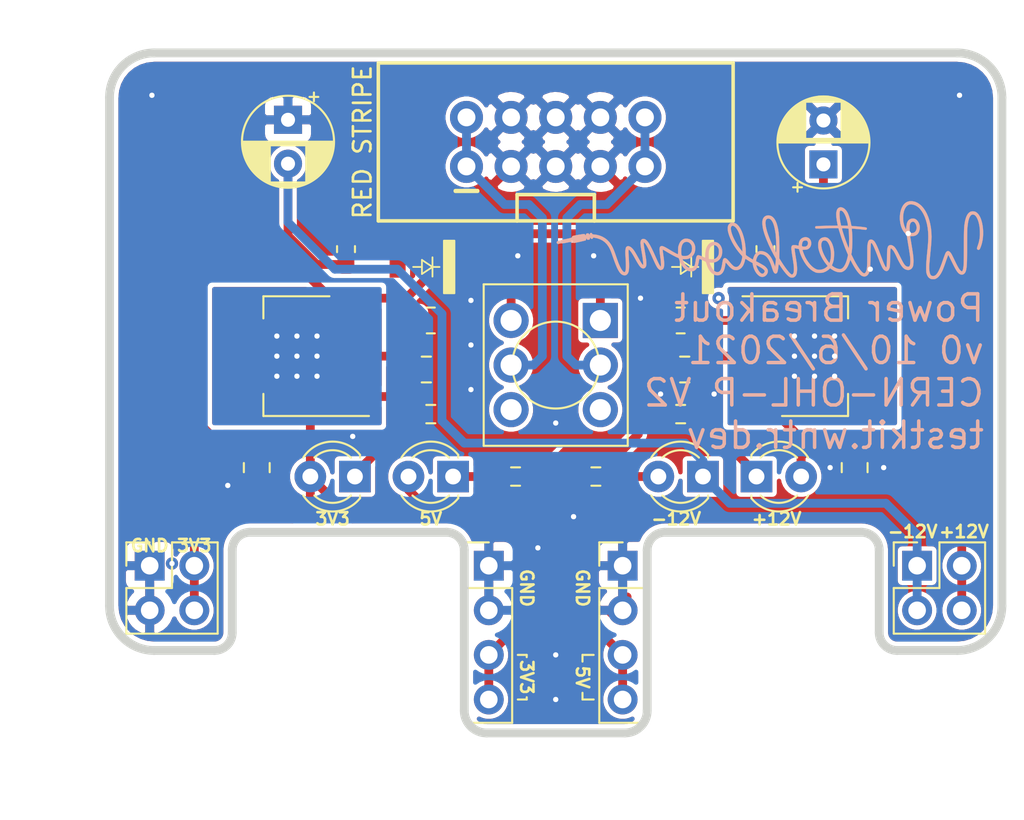
<source format=kicad_pcb>
(kicad_pcb (version 20171130) (host pcbnew "(5.1.10-1-10_14)")
  (title_block (title "Power breakout") (date 2021-10-06) (rev v0) (company Winterbloom) (comment 1 "CERN OHL-P V2") (comment 2 testkit.wntr.dev))
  (layers (0 F.Cu signal) (31 B.Cu signal) (34 B.Paste user) (35 F.Paste user) (36 B.SilkS user) (37 F.SilkS user) (38 B.Mask user) (39 F.Mask user) (44 Edge.Cuts user))
  (net 0 "")
  (net 1 +12V)
  (net 2 GND)
  (net 3 +3V3)
  (net 4 +5V)
  (net 5 -12V)
  (net 6 "Net-(D1-Pad1)")
  (net 7 /+12VSWITCHED)
  (net 8 /-12VSWITCHED)
  (net 9 "Net-(D2-Pad2)")
  (net 10 "Net-(D3-Pad1)")
  (net 11 "Net-(D4-Pad2)")
  (net 12 "Net-(D5-Pad1)")
  (net 13 "Net-(D6-Pad1)")
  (net 14 /+12VRAW)
  (net 15 /-12VRAW)
  (net 16 "Net-(SW1-Pad6)")
  (net 17 "Net-(SW1-Pad3)")
  (module winterbloom:Extra_Long_Wiggly_Boi_25mm (layer B.Cu) (at 153.162 116.078 180)
    (fp_text reference G*** hide)
    (fp_text value LOGO hide)
  )
  (module Connector_PinHeader_2.54mm:PinHeader_2x02_P2.54mm_Vertical (layer F.Cu) (at 161.544 134.62)
    (fp_text reference J5 hide)
    (fp_text value "Right power" hide)
    (pad 4 thru_hole oval (at 2.54 2.54) (size 1.7 1.7) (drill 1) (layers *.Cu *.Mask) (net 1 +12V))
    (pad 3 thru_hole oval (at 0 2.54) (size 1.7 1.7) (drill 1) (layers *.Cu *.Mask) (net 5 -12V))
    (pad 2 thru_hole oval (at 2.54 0) (size 1.7 1.7) (drill 1) (layers *.Cu *.Mask) (net 1 +12V))
    (pad 1 thru_hole rect (at 0 0) (size 1.7 1.7) (drill 1) (layers *.Cu *.Mask) (net 5 -12V))
  )
  (module Connector_PinHeader_2.54mm:PinHeader_1x04_P2.54mm_Vertical (layer F.Cu) (at 144.78 134.62)
    (fp_text reference J4 hide)
    (fp_text value Right hide)
    (pad 4 thru_hole oval (at 0 7.62) (size 1.7 1.7) (drill 1) (layers *.Cu *.Mask) (net 4 +5V))
    (pad 3 thru_hole oval (at 0 5.08) (size 1.7 1.7) (drill 1) (layers *.Cu *.Mask) (net 4 +5V))
    (pad 2 thru_hole oval (at 0 2.54) (size 1.7 1.7) (drill 1) (layers *.Cu *.Mask) (net 2 GND))
    (pad 1 thru_hole rect (at 0 0) (size 1.7 1.7) (drill 1) (layers *.Cu *.Mask) (net 2 GND))
  )
  (module Connector_PinHeader_2.54mm:PinHeader_1x04_P2.54mm_Vertical (layer F.Cu) (at 137.16 134.62)
    (fp_text reference J3 hide)
    (fp_text value Left hide)
    (pad 4 thru_hole oval (at 0 7.62) (size 1.7 1.7) (drill 1) (layers *.Cu *.Mask) (net 3 +3V3))
    (pad 3 thru_hole oval (at 0 5.08) (size 1.7 1.7) (drill 1) (layers *.Cu *.Mask) (net 3 +3V3))
    (pad 2 thru_hole oval (at 0 2.54) (size 1.7 1.7) (drill 1) (layers *.Cu *.Mask) (net 2 GND))
    (pad 1 thru_hole rect (at 0 0) (size 1.7 1.7) (drill 1) (layers *.Cu *.Mask) (net 2 GND))
  )
  (module Connector_PinHeader_2.54mm:PinHeader_2x02_P2.54mm_Vertical (layer F.Cu) (at 117.856 134.62)
    (fp_text reference J2 hide)
    (fp_text value "Left power" hide)
    (pad 4 thru_hole oval (at 2.54 2.54) (size 1.7 1.7) (drill 1) (layers *.Cu *.Mask) (net 3 +3V3))
    (pad 3 thru_hole oval (at 0 2.54) (size 1.7 1.7) (drill 1) (layers *.Cu *.Mask) (net 2 GND))
    (pad 2 thru_hole oval (at 2.54 0) (size 1.7 1.7) (drill 1) (layers *.Cu *.Mask) (net 3 +3V3))
    (pad 1 thru_hole rect (at 0 0) (size 1.7 1.7) (drill 1) (layers *.Cu *.Mask) (net 2 GND))
  )
  (module Capacitor_THT:CP_Radial_D5.0mm_P2.50mm (layer F.Cu) (at 125.73 109.22 270)
    (fp_text reference C6 hide)
    (fp_text value 10uF hide)
    (pad 2 thru_hole circle (at 2.5 0 270) (size 1.6 1.6) (drill 0.8) (layers *.Cu *.Mask) (net 5 -12V))
    (pad 1 thru_hole rect (at 0 0 270) (size 1.6 1.6) (drill 0.8) (layers *.Cu *.Mask) (net 2 GND))
  )
  (module Capacitor_THT:CP_Radial_D5.0mm_P2.50mm (layer F.Cu) (at 156.21 111.76 90)
    (fp_text reference C5 hide)
    (fp_text value 10uF hide)
    (pad 2 thru_hole circle (at 2.5 0 90) (size 1.6 1.6) (drill 0.8) (layers *.Cu *.Mask) (net 2 GND))
    (pad 1 thru_hole rect (at 0 0 90) (size 1.6 1.6) (drill 0.8) (layers *.Cu *.Mask) (net 1 +12V))
  )
  (module Package_TO_SOT_SMD:SOT-223-3_TabPin2 (layer F.Cu) (at 155.702 122.682)
    (fp_text reference U2 hide)
    (fp_text value LM1117-5.0 hide)
    (pad 1 smd rect (at -3.15 -2.3) (size 2 1.5) (layers F.Cu F.Paste F.Mask) (net 2 GND))
    (pad 3 smd rect (at -3.15 2.3) (size 2 1.5) (layers F.Cu F.Paste F.Mask) (net 1 +12V))
    (pad 2 smd rect (at -3.15 0) (size 2 1.5) (layers F.Cu F.Paste F.Mask) (net 4 +5V))
    (pad 2 smd rect (at 3.15 0) (size 2 3.8) (layers F.Cu F.Paste F.Mask) (net 4 +5V))
  )
  (module Package_TO_SOT_SMD:SOT-223-3_TabPin2 (layer F.Cu) (at 126.238 122.682 180)
    (fp_text reference U1 hide)
    (fp_text value LM1117-3.3 hide)
    (pad 1 smd rect (at -3.15 -2.3 180) (size 2 1.5) (layers F.Cu F.Paste F.Mask) (net 2 GND))
    (pad 3 smd rect (at -3.15 2.3 180) (size 2 1.5) (layers F.Cu F.Paste F.Mask) (net 1 +12V))
    (pad 2 smd rect (at -3.15 0 180) (size 2 1.5) (layers F.Cu F.Paste F.Mask) (net 3 +3V3))
    (pad 2 smd rect (at 3.15 0 180) (size 2 3.8) (layers F.Cu F.Paste F.Mask) (net 3 +3V3))
  )
  (module winterbloom:Switch_DPDT_Thonk_DW4_2.54mm_pitch_5.08mm_spacing (layer F.Cu) (at 140.97 123.19 180)
    (fp_text reference SW1 hide)
    (fp_text value Power hide)
    (pad 6 thru_hole circle (at 2.54 -2.54 270) (size 2 2) (drill 1.2) (layers *.Cu *.Mask) (net 16 "Net-(SW1-Pad6)"))
    (pad 5 thru_hole circle (at 2.54 0 270) (size 2 2) (drill 1.2) (layers *.Cu *.Mask) (net 15 /-12VRAW))
    (pad 4 thru_hole circle (at 2.54 2.54 270) (size 2 2) (drill 1.2) (layers *.Cu *.Mask) (net 8 /-12VSWITCHED))
    (pad 3 thru_hole circle (at -2.54 -2.54 270) (size 2 2) (drill 1.2) (layers *.Cu *.Mask) (net 17 "Net-(SW1-Pad3)"))
    (pad 2 thru_hole circle (at -2.54 0 270) (size 2 2) (drill 1.2) (layers *.Cu *.Mask) (net 14 /+12VRAW))
    (pad 1 thru_hole rect (at -2.54 2.54 270) (size 2 2) (drill 1.2) (layers *.Cu *.Mask) (net 7 /+12VSWITCHED))
  )
  (module Resistor_SMD:R_0603_1608Metric_Pad0.98x0.95mm_HandSolder (layer F.Cu) (at 138.684 129.54)
    (fp_text reference R6 hide)
    (fp_text value 1k hide)
    (pad 2 smd roundrect (at 0.9125 0) (size 0.975 0.95) (layers F.Cu F.Paste F.Mask) (net 2 GND))
    (pad 1 smd roundrect (at -0.9125 0) (size 0.975 0.95) (layers F.Cu F.Paste F.Mask) (net 13 "Net-(D6-Pad1)"))
  )
  (module Resistor_SMD:R_0603_1608Metric_Pad0.98x0.95mm_HandSolder (layer F.Cu) (at 133.858 125.984)
    (fp_text reference R5 hide)
    (fp_text value 1k hide)
    (pad 2 smd roundrect (at 0.9125 0) (size 0.975 0.95) (layers F.Cu F.Paste F.Mask) (net 2 GND))
    (pad 1 smd roundrect (at -0.9125 0) (size 0.975 0.95) (layers F.Cu F.Paste F.Mask) (net 12 "Net-(D5-Pad1)"))
  )
  (module Resistor_SMD:R_0603_1608Metric_Pad0.98x0.95mm_HandSolder (layer F.Cu) (at 143.256 129.54 180)
    (fp_text reference R4 hide)
    (fp_text value 1k hide)
    (pad 2 smd roundrect (at 0.9125 0 180) (size 0.975 0.95) (layers F.Cu F.Paste F.Mask) (net 2 GND))
    (pad 1 smd roundrect (at -0.9125 0 180) (size 0.975 0.95) (layers F.Cu F.Paste F.Mask) (net 11 "Net-(D4-Pad2)"))
  )
  (module Resistor_SMD:R_0603_1608Metric_Pad0.98x0.95mm_HandSolder (layer F.Cu) (at 148.082 125.984 180)
    (fp_text reference R3 hide)
    (fp_text value 1k hide)
    (pad 2 smd roundrect (at 0.9125 0 180) (size 0.975 0.95) (layers F.Cu F.Paste F.Mask) (net 2 GND))
    (pad 1 smd roundrect (at -0.9125 0 180) (size 0.975 0.95) (layers F.Cu F.Paste F.Mask) (net 10 "Net-(D3-Pad1)"))
  )
  (module Resistor_SMD:R_0805_2012Metric (layer F.Cu) (at 148.082 120.65)
    (fp_text reference R2 hide)
    (fp_text value 0.3-22R hide)
    (pad 2 smd roundrect (at 0.9125 0) (size 1.025 1.4) (layers F.Cu F.Paste F.Mask) (roundrect_rratio 0.2439014634146341) (net 2 GND))
    (pad 1 smd roundrect (at -0.9125 0) (size 1.025 1.4) (layers F.Cu F.Paste F.Mask) (roundrect_rratio 0.2439014634146341) (net 4 +5V))
  )
  (module Resistor_SMD:R_0805_2012Metric (layer F.Cu) (at 133.858 120.65)
    (fp_text reference R1 hide)
    (fp_text value 0.3-22R hide)
    (pad 2 smd roundrect (at 0.9125 0) (size 1.025 1.4) (layers F.Cu F.Paste F.Mask) (roundrect_rratio 0.2439014634146341) (net 2 GND))
    (pad 1 smd roundrect (at -0.9125 0) (size 1.025 1.4) (layers F.Cu F.Paste F.Mask) (roundrect_rratio 0.2439014634146341) (net 3 +3V3))
  )
  (module winterbloom:Eurorack_Power (layer F.Cu) (at 140.97 110.49)
    (fp_text reference J1 hide)
    (fp_text value Eurorack_Power hide)
    (fp_text user "RED STRIPE" (at -11 0 90) (layer F.SilkS))
    (pad 10 thru_hole circle (at 5.08 -1.407 90) (size 1.8796 1.8796) (drill 1.016) (layers *.Cu *.Mask) (net 14 /+12VRAW))
    (pad 9 thru_hole circle (at 5.08 1.387 90) (size 1.8796 1.8796) (drill 1.016) (layers *.Cu *.Mask) (net 14 /+12VRAW))
    (pad 8 thru_hole circle (at 2.54 -1.407 90) (size 1.8796 1.8796) (drill 1.016) (layers *.Cu *.Mask) (net 2 GND))
    (pad 7 thru_hole circle (at 2.54 1.387 90) (size 1.8796 1.8796) (drill 1.016) (layers *.Cu *.Mask) (net 2 GND))
    (pad 6 thru_hole circle (at 0 -1.407 90) (size 1.8796 1.8796) (drill 1.016) (layers *.Cu *.Mask) (net 2 GND))
    (pad 5 thru_hole circle (at 0 1.387 90) (size 1.8796 1.8796) (drill 1.016) (layers *.Cu *.Mask) (net 2 GND))
    (pad 4 thru_hole circle (at -2.54 -1.407 90) (size 1.8796 1.8796) (drill 1.016) (layers *.Cu *.Mask) (net 2 GND))
    (pad 3 thru_hole circle (at -2.54 1.387 90) (size 1.8796 1.8796) (drill 1.016) (layers *.Cu *.Mask) (net 2 GND))
    (pad 2 thru_hole circle (at -5.08 -1.407 90) (size 1.8796 1.8796) (drill 1.016) (layers *.Cu *.Mask) (net 15 /-12VRAW))
    (pad 1 thru_hole circle (at -5.08 1.387 90) (size 1.8796 1.8796) (drill 1.016) (layers *.Cu *.Mask) (net 15 /-12VRAW))
  )
  (module Inductor_SMD:L_0603_1608Metric_Pad1.05x0.95mm_HandSolder (layer F.Cu) (at 129.032 116.586 90)
    (fp_text reference FB2 hide)
    (fp_text value BEAD hide)
    (pad 2 smd roundrect (at 0.875 0 90) (size 1.05 0.95) (layers F.Cu F.Paste F.Mask) (net 9 "Net-(D2-Pad2)"))
    (pad 1 smd roundrect (at -0.875 0 90) (size 1.05 0.95) (layers F.Cu F.Paste F.Mask) (net 5 -12V))
  )
  (module Inductor_SMD:L_0603_1608Metric_Pad1.05x0.95mm_HandSolder (layer F.Cu) (at 152.908 116.586 270)
    (fp_text reference FB1 hide)
    (fp_text value BEAD hide)
    (pad 2 smd roundrect (at 0.875 0 270) (size 1.05 0.95) (layers F.Cu F.Paste F.Mask) (net 6 "Net-(D1-Pad1)"))
    (pad 1 smd roundrect (at -0.875 0 270) (size 1.05 0.95) (layers F.Cu F.Paste F.Mask) (net 1 +12V))
  )
  (module LED_THT:LED_D3.0mm (layer F.Cu) (at 135.128 129.54 180)
    (fp_text reference D6 hide)
    (fp_text value Yellow hide)
    (pad 2 thru_hole circle (at 2.54 0 180) (size 1.8 1.8) (drill 0.9) (layers *.Cu *.Mask) (net 4 +5V))
    (pad 1 thru_hole rect (at 0 0 180) (size 1.8 1.8) (drill 0.9) (layers *.Cu *.Mask) (net 13 "Net-(D6-Pad1)"))
  )
  (module LED_THT:LED_D3.0mm (layer F.Cu) (at 129.54 129.54 180)
    (fp_text reference D5 hide)
    (fp_text value Green hide)
    (pad 2 thru_hole circle (at 2.54 0 180) (size 1.8 1.8) (drill 0.9) (layers *.Cu *.Mask) (net 3 +3V3))
    (pad 1 thru_hole rect (at 0 0 180) (size 1.8 1.8) (drill 0.9) (layers *.Cu *.Mask) (net 12 "Net-(D5-Pad1)"))
  )
  (module LED_THT:LED_D3.0mm (layer F.Cu) (at 149.352 129.54 180)
    (fp_text reference D4 hide)
    (fp_text value Red hide)
    (pad 2 thru_hole circle (at 2.54 0 180) (size 1.8 1.8) (drill 0.9) (layers *.Cu *.Mask) (net 11 "Net-(D4-Pad2)"))
    (pad 1 thru_hole rect (at 0 0 180) (size 1.8 1.8) (drill 0.9) (layers *.Cu *.Mask) (net 5 -12V))
  )
  (module LED_THT:LED_D3.0mm (layer F.Cu) (at 152.4 129.54)
    (fp_text reference D3 hide)
    (fp_text value Blue hide)
    (pad 2 thru_hole circle (at 2.54 0) (size 1.8 1.8) (drill 0.9) (layers *.Cu *.Mask) (net 1 +12V))
    (pad 1 thru_hole rect (at 0 0) (size 1.8 1.8) (drill 0.9) (layers *.Cu *.Mask) (net 10 "Net-(D3-Pad1)"))
  )
  (module winterbloom:D_SOD-123 (layer F.Cu) (at 133.604 117.602 180)
    (fp_text reference D2 hide)
    (fp_text value BARRIER hide)
    (pad 1 smd rect (at -1.635 0 180) (size 0.91 1.22) (layers F.Cu F.Paste F.Mask) (net 8 /-12VSWITCHED))
    (pad 2 smd rect (at 1.635 0 180) (size 0.91 1.22) (layers F.Cu F.Paste F.Mask) (net 9 "Net-(D2-Pad2)"))
  )
  (module winterbloom:D_SOD-123 (layer F.Cu) (at 148.336 117.602 180)
    (fp_text reference D1 hide)
    (fp_text value BARRIER hide)
    (pad 1 smd rect (at -1.635 0 180) (size 0.91 1.22) (layers F.Cu F.Paste F.Mask) (net 6 "Net-(D1-Pad1)"))
    (pad 2 smd rect (at 1.635 0 180) (size 0.91 1.22) (layers F.Cu F.Paste F.Mask) (net 7 /+12VSWITCHED))
  )
  (module Capacitor_SMD:C_0805_2012Metric_Pad1.18x1.45mm_HandSolder (layer F.Cu) (at 148.3145 123.444 180)
    (fp_text reference C4 hide)
    (fp_text value 10uF hide)
    (pad 2 smd roundrect (at 1.0375 0 180) (size 1.175 1.45) (layers F.Cu F.Paste F.Mask) (roundrect_rratio 0.2127659574468085) (net 2 GND))
    (pad 1 smd roundrect (at -1.0375 0 180) (size 1.175 1.45) (layers F.Cu F.Paste F.Mask) (roundrect_rratio 0.2127659574468085) (net 4 +5V))
  )
  (module Capacitor_SMD:C_0805_2012Metric_Pad1.18x1.45mm_HandSolder (layer F.Cu) (at 133.604 123.444)
    (fp_text reference C3 hide)
    (fp_text value 10uF hide)
    (pad 2 smd roundrect (at 1.0375 0) (size 1.175 1.45) (layers F.Cu F.Paste F.Mask) (roundrect_rratio 0.2127659574468085) (net 2 GND))
    (pad 1 smd roundrect (at -1.0375 0) (size 1.175 1.45) (layers F.Cu F.Paste F.Mask) (roundrect_rratio 0.2127659574468085) (net 3 +3V3))
  )
  (module Capacitor_SMD:C_0805_2012Metric_Pad1.18x1.45mm_HandSolder (layer F.Cu) (at 157.988 129.032 90)
    (fp_text reference C2 hide)
    (fp_text value 10uF hide)
    (pad 2 smd roundrect (at 1.0375 0 90) (size 1.175 1.45) (layers F.Cu F.Paste F.Mask) (roundrect_rratio 0.2127659574468085) (net 1 +12V))
    (pad 1 smd roundrect (at -1.0375 0 90) (size 1.175 1.45) (layers F.Cu F.Paste F.Mask) (roundrect_rratio 0.2127659574468085) (net 2 GND))
  )
  (module Capacitor_SMD:C_0805_2012Metric_Pad1.18x1.45mm_HandSolder (layer F.Cu) (at 123.952 129.032 90)
    (fp_text reference C1 hide)
    (fp_text value 10uF hide)
    (pad 2 smd roundrect (at 1.0375 0 90) (size 1.175 1.45) (layers F.Cu F.Paste F.Mask) (roundrect_rratio 0.2127659574468085) (net 1 +12V))
    (pad 1 smd roundrect (at -1.0375 0 90) (size 1.175 1.45) (layers F.Cu F.Paste F.Mask) (roundrect_rratio 0.2127659574468085) (net 2 GND))
  )
  (gr_text "Power Breakout\nv0 10/6/2021\nCERN-OHL-P V2\ntestkit.wntr.dev" (at 165.481 123.571) (layer B.SilkS) (effects (font (size 1.5 1.5) (thickness 0.2)) (justify left mirror)))
  (gr_text 3V3 (at 128.27 131.953) (layer F.SilkS) (effects (font (size 0.7 0.7))))
  (gr_text 5V (at 133.858 131.953) (layer F.SilkS) (effects (font (size 0.7 0.7))))
  (gr_text +12V (at 153.543 131.953) (layer F.SilkS) (effects (font (size 0.7 0.7))))
  (gr_text -12V (at 147.828 131.953) (layer F.SilkS) (effects (font (size 0.7 0.7))))
  (gr_line (start 139.319 139.7) (end 139.319 139.827) (layer F.SilkS) (width 0.12))
  (gr_line (start 138.811 139.7) (end 139.319 139.7) (layer F.SilkS) (width 0.12))
  (gr_line (start 139.319 142.24) (end 139.319 142.113) (layer F.SilkS) (width 0.12))
  (gr_line (start 138.811 142.24) (end 139.319 142.24) (layer F.SilkS) (width 0.12))
  (gr_line (start 142.494 139.7) (end 143.129 139.7) (layer F.SilkS) (width 0.12))
  (gr_line (start 142.494 140.081) (end 142.494 139.7) (layer F.SilkS) (width 0.12))
  (gr_line (start 142.494 142.24) (end 143.129 142.24) (layer F.SilkS) (width 0.12))
  (gr_line (start 142.494 141.859) (end 142.494 142.24) (layer F.SilkS) (width 0.12))
  (gr_text 5V (at 142.494 140.97 -90) (layer F.SilkS) (effects (font (size 0.7 0.7))))
  (gr_text 3V3 (at 139.319 140.97 -90) (layer F.SilkS) (effects (font (size 0.7 0.7))))
  (gr_text GND (at 139.319 135.89 270) (layer F.SilkS) (effects (font (size 0.7 0.7))))
  (gr_text GND (at 142.494 135.89 270) (layer F.SilkS) (effects (font (size 0.7 0.7))))
  (gr_text +12V (at 164.211 132.677) (layer F.SilkS) (effects (font (size 0.7 0.7))))
  (gr_text -12V (at 161.29 132.677) (layer F.SilkS) (effects (font (size 0.7 0.7))))
  (gr_text 3V3 (at 120.396 133.477) (layer F.SilkS) (effects (font (size 0.7 0.7))))
  (gr_text GND (at 117.856 133.477) (layer F.SilkS) (effects (font (size 0.7 0.7))))
  (gr_arc (start 160.401 138.43) (end 159.385 138.43) (angle -90) (layer Edge.Cuts) (width 0.5))
  (gr_arc (start 158.369 133.731) (end 159.385 133.731) (angle -90) (layer Edge.Cuts) (width 0.5))
  (gr_arc (start 147.193 133.731) (end 147.193 132.715) (angle -90) (layer Edge.Cuts) (width 0.5))
  (gr_arc (start 121.539 138.43) (end 121.539 139.446) (angle -90) (layer Edge.Cuts) (width 0.5))
  (gr_arc (start 123.571 133.731) (end 123.571 132.715) (angle -90) (layer Edge.Cuts) (width 0.5))
  (gr_arc (start 134.747 133.731) (end 135.763 133.731) (angle -90) (layer Edge.Cuts) (width 0.5))
  (gr_arc (start 137.033 142.875) (end 135.763 142.875) (angle -90) (layer Edge.Cuts) (width 0.5))
  (gr_arc (start 144.907 142.875) (end 144.907 144.145) (angle -90) (layer Edge.Cuts) (width 0.5))
  (gr_arc (start 118.11 136.906) (end 115.57 136.906) (angle -90) (layer Edge.Cuts) (width 0.5))
  (gr_arc (start 163.83 136.906) (end 163.83 139.446) (angle -90) (layer Edge.Cuts) (width 0.5))
  (gr_arc (start 163.83 107.95) (end 166.37 107.95) (angle -90) (layer Edge.Cuts) (width 0.5))
  (gr_arc (start 118.11 107.95) (end 118.11 105.41) (angle -90) (layer Edge.Cuts) (width 0.5))
  (gr_line (start 115.57 136.906) (end 115.57 107.95) (layer Edge.Cuts) (width 0.5))
  (gr_line (start 121.539 139.446) (end 118.11 139.446) (layer Edge.Cuts) (width 0.5))
  (gr_line (start 122.555 133.731) (end 122.555 138.43) (layer Edge.Cuts) (width 0.5))
  (gr_line (start 134.747 132.715) (end 123.571 132.715) (layer Edge.Cuts) (width 0.5))
  (gr_line (start 135.763 142.875) (end 135.763 133.731) (layer Edge.Cuts) (width 0.5))
  (gr_line (start 144.907 144.145) (end 137.033 144.145) (layer Edge.Cuts) (width 0.5))
  (gr_line (start 146.177 133.731) (end 146.177 142.875) (layer Edge.Cuts) (width 0.5))
  (gr_line (start 158.369 132.715) (end 147.193 132.715) (layer Edge.Cuts) (width 0.5))
  (gr_line (start 159.385 138.43) (end 159.385 133.731) (layer Edge.Cuts) (width 0.5))
  (gr_line (start 163.83 139.446) (end 160.401 139.446) (layer Edge.Cuts) (width 0.5))
  (gr_line (start 166.37 107.95) (end 166.37 136.906) (layer Edge.Cuts) (width 0.5))
  (gr_line (start 118.11 105.41) (end 163.83 105.41) (layer Edge.Cuts) (width 0.5))
  (via (at 150.241 119.38) (size 0.7) (drill 0.3) (layers F.Cu B.Cu) (net 0))
  (segment (start 152.908 115.711) (end 155.053 115.711) (width 0.5) (layer F.Cu) (net 1))
  (segment (start 156.21 114.554) (end 156.21 111.76) (width 0.5) (layer F.Cu) (net 1))
  (segment (start 155.053 115.711) (end 156.21 114.554) (width 0.5) (layer F.Cu) (net 1))
  (segment (start 161.0145 127.9945) (end 157.988 127.9945) (width 0.5) (layer F.Cu) (net 1))
  (segment (start 164.084 131.064) (end 161.0145 127.9945) (width 0.5) (layer F.Cu) (net 1))
  (segment (start 154.94 129.54) (end 154.94 128.397) (width 0.5) (layer F.Cu) (net 1))
  (segment (start 155.3425 127.9945) (end 157.988 127.9945) (width 0.5) (layer F.Cu) (net 1))
  (segment (start 154.94 128.397) (end 155.3425 127.9945) (width 0.5) (layer F.Cu) (net 1))
  (segment (start 154.94 127.37) (end 152.552 124.982) (width 0.5) (layer F.Cu) (net 1))
  (segment (start 154.94 129.54) (end 154.94 127.37) (width 0.5) (layer F.Cu) (net 1))
  (segment (start 152.908 115.711) (end 159.018 115.711) (width 0.5) (layer F.Cu) (net 1))
  (segment (start 161.0145 117.7075) (end 161.0145 127.9945) (width 0.5) (layer F.Cu) (net 1))
  (segment (start 159.018 115.711) (end 161.0145 117.7075) (width 0.5) (layer F.Cu) (net 1))
  (segment (start 152.908 115.711) (end 134.225 115.711) (width 0.5) (layer F.Cu) (net 1))
  (segment (start 134.225 115.711) (end 133.477 116.459) (width 0.5) (layer F.Cu) (net 1))
  (segment (start 133.477 116.459) (end 133.477 118.364) (width 0.5) (layer F.Cu) (net 1))
  (segment (start 133.477 118.364) (end 132.461 119.38) (width 0.5) (layer F.Cu) (net 1))
  (segment (start 130.39 119.38) (end 129.388 120.382) (width 0.5) (layer F.Cu) (net 1))
  (segment (start 132.461 119.38) (end 130.39 119.38) (width 0.5) (layer F.Cu) (net 1))
  (segment (start 129.388 120.382) (end 129.145 120.382) (width 0.5) (layer F.Cu) (net 1))
  (segment (start 129.145 120.382) (end 126.746 117.983) (width 0.5) (layer F.Cu) (net 1))
  (segment (start 126.746 117.983) (end 121.412 117.983) (width 0.5) (layer F.Cu) (net 1))
  (segment (start 121.412 117.983) (end 120.777 118.618) (width 0.5) (layer F.Cu) (net 1))
  (segment (start 120.777 118.618) (end 120.777 126.619) (width 0.5) (layer F.Cu) (net 1))
  (segment (start 122.1525 127.9945) (end 123.952 127.9945) (width 0.5) (layer F.Cu) (net 1))
  (segment (start 120.777 126.619) (end 122.1525 127.9945) (width 0.5) (layer F.Cu) (net 1))
  (segment (start 164.084 131.064) (end 164.084 137.16) (width 0.5) (layer F.Cu) (net 1))
  (segment (start 144.1215 137.3105) (end 145.034 136.398) (width 0.5) (layer F.Cu) (net 2))
  (segment (start 152.284 120.65) (end 152.552 120.382) (width 0.5) (layer F.Cu) (net 2))
  (segment (start 148.9945 120.65) (end 152.284 120.65) (width 0.5) (layer F.Cu) (net 2))
  (segment (start 133.1035 124.982) (end 134.6415 123.444) (width 0.5) (layer F.Cu) (net 2))
  (segment (start 129.388 124.982) (end 133.1035 124.982) (width 0.5) (layer F.Cu) (net 2))
  (via (at 140.97 142.24) (size 0.7) (drill 0.3) (layers F.Cu B.Cu) (net 2))
  (via (at 140.97 139.7) (size 0.7) (drill 0.3) (layers F.Cu B.Cu) (net 2))
  (via (at 141.986 131.826) (size 0.7) (drill 0.3) (layers F.Cu B.Cu) (net 2))
  (via (at 140.97 126.492) (size 0.7) (drill 0.3) (layers F.Cu B.Cu) (net 2))
  (via (at 159.639 129.032) (size 0.7) (drill 0.3) (layers F.Cu B.Cu) (net 2))
  (via (at 158.877 117.729) (size 0.7) (drill 0.3) (layers F.Cu B.Cu) (net 2))
  (via (at 161.036 115.697) (size 0.7) (drill 0.3) (layers F.Cu B.Cu) (net 2))
  (via (at 143.129 116.967) (size 0.7) (drill 0.3) (layers F.Cu B.Cu) (net 2))
  (via (at 138.811 116.967) (size 0.7) (drill 0.3) (layers F.Cu B.Cu) (net 2))
  (via (at 136.144 122.047) (size 0.7) (drill 0.3) (layers F.Cu B.Cu) (net 2))
  (via (at 136.144 119.507) (size 0.7) (drill 0.3) (layers F.Cu B.Cu) (net 2))
  (via (at 136.144 124.587) (size 0.7) (drill 0.3) (layers F.Cu B.Cu) (net 2))
  (via (at 145.796 119.38) (size 0.7) (drill 0.3) (layers F.Cu B.Cu) (net 2))
  (via (at 146.939 124.841) (size 0.7) (drill 0.3) (layers F.Cu B.Cu) (net 2))
  (via (at 149.987 124.841) (size 0.7) (drill 0.3) (layers F.Cu B.Cu) (net 2))
  (via (at 156.591 129.032) (size 0.7) (drill 0.3) (layers F.Cu B.Cu) (net 2))
  (via (at 139.954 133.604) (size 0.7) (drill 0.3) (layers F.Cu B.Cu) (net 2))
  (via (at 129.413 127.254) (size 0.7) (drill 0.3) (layers F.Cu B.Cu) (net 2))
  (via (at 122.301 130.048) (size 0.7) (drill 0.3) (layers F.Cu B.Cu) (net 2))
  (via (at 119.126 134.493) (size 0.7) (drill 0.3) (layers F.Cu B.Cu) (net 2))
  (via (at 117.983 107.823) (size 0.7) (drill 0.3) (layers F.Cu B.Cu) (net 2))
  (via (at 163.957 107.823) (size 0.7) (drill 0.3) (layers F.Cu B.Cu) (net 2))
  (segment (start 131.8045 122.682) (end 132.5665 123.444) (width 0.5) (layer F.Cu) (net 3))
  (segment (start 129.388 122.682) (end 131.8045 122.682) (width 0.5) (layer F.Cu) (net 3))
  (segment (start 137.16 139.7) (end 137.16 142.24) (width 0.5) (layer F.Cu) (net 3))
  (segment (start 127 129.54) (end 127 130.937) (width 0.5) (layer F.Cu) (net 3))
  (segment (start 127 130.937) (end 125.984 131.953) (width 0.5) (layer F.Cu) (net 3))
  (segment (start 121.158 131.953) (end 120.396 132.715) (width 0.5) (layer F.Cu) (net 3))
  (segment (start 125.984 131.953) (end 121.158 131.953) (width 0.5) (layer F.Cu) (net 3))
  (segment (start 132.5665 121.029) (end 132.9455 120.65) (width 0.5) (layer F.Cu) (net 3))
  (segment (start 132.5665 123.444) (end 132.5665 121.029) (width 0.5) (layer F.Cu) (net 3))
  (segment (start 137.16 139.7) (end 138.938 137.922) (width 0.5) (layer F.Cu) (net 3))
  (segment (start 138.938 137.922) (end 138.938 132.715) (width 0.5) (layer F.Cu) (net 3))
  (segment (start 138.938 132.715) (end 138.176 131.953) (width 0.5) (layer F.Cu) (net 3))
  (segment (start 127 129.556002) (end 127 129.54) (width 0.5) (layer F.Cu) (net 3))
  (segment (start 129.396998 131.953) (end 127 129.556002) (width 0.5) (layer F.Cu) (net 3))
  (segment (start 138.176 131.953) (end 129.396998 131.953) (width 0.5) (layer F.Cu) (net 3))
  (via (at 127.381 122.682) (size 0.7) (drill 0.3) (layers F.Cu B.Cu) (net 3))
  (via (at 126.238 122.682) (size 0.7) (drill 0.3) (layers F.Cu B.Cu) (net 3))
  (via (at 125.095 122.682) (size 0.7) (drill 0.3) (layers F.Cu B.Cu) (net 3))
  (via (at 125.095 121.539) (size 0.7) (drill 0.3) (layers F.Cu B.Cu) (net 3))
  (via (at 126.238 121.539) (size 0.7) (drill 0.3) (layers F.Cu B.Cu) (net 3))
  (via (at 127.381 121.539) (size 0.7) (drill 0.3) (layers F.Cu B.Cu) (net 3))
  (via (at 127.381 123.825) (size 0.7) (drill 0.3) (layers F.Cu B.Cu) (net 3))
  (via (at 126.238 123.825) (size 0.7) (drill 0.3) (layers F.Cu B.Cu) (net 3))
  (via (at 125.095 123.825) (size 0.7) (drill 0.3) (layers F.Cu B.Cu) (net 3))
  (segment (start 124.079 125.603) (end 123.088 124.612) (width 0.5) (layer F.Cu) (net 3))
  (segment (start 126.365 125.603) (end 124.079 125.603) (width 0.5) (layer F.Cu) (net 3))
  (segment (start 127 126.238) (end 126.365 125.603) (width 0.5) (layer F.Cu) (net 3))
  (segment (start 123.088 124.612) (end 123.088 122.682) (width 0.5) (layer F.Cu) (net 3))
  (segment (start 127 129.54) (end 127 126.238) (width 0.5) (layer F.Cu) (net 3))
  (segment (start 120.396 137.16) (end 120.396 132.715) (width 0.5) (layer F.Cu) (net 3))
  (segment (start 150.114 122.682) (end 149.352 123.444) (width 0.5) (layer F.Cu) (net 4))
  (segment (start 152.552 122.682) (end 150.114 122.682) (width 0.5) (layer F.Cu) (net 4))
  (segment (start 144.78 142.24) (end 144.78 139.7) (width 0.5) (layer F.Cu) (net 4))
  (segment (start 149.352 122.8325) (end 147.1695 120.65) (width 0.5) (layer F.Cu) (net 4))
  (segment (start 149.352 123.444) (end 149.352 122.8325) (width 0.5) (layer F.Cu) (net 4))
  (segment (start 144.78 139.7) (end 140.97 135.89) (width 0.5) (layer F.Cu) (net 4))
  (segment (start 140.97 128.651) (end 141.605 128.016) (width 0.5) (layer F.Cu) (net 4))
  (segment (start 141.605 128.016) (end 144.78 128.016) (width 0.5) (layer F.Cu) (net 4))
  (segment (start 144.78 128.016) (end 145.669 127.127) (width 0.5) (layer F.Cu) (net 4))
  (segment (start 145.669 122.1505) (end 147.1695 120.65) (width 0.5) (layer F.Cu) (net 4))
  (segment (start 145.669 127.127) (end 145.669 122.1505) (width 0.5) (layer F.Cu) (net 4))
  (segment (start 132.588 129.54) (end 132.588 130.302) (width 0.5) (layer F.Cu) (net 4))
  (segment (start 132.588 130.302) (end 133.35 131.064) (width 0.5) (layer F.Cu) (net 4))
  (segment (start 140.081 131.064) (end 140.97 131.953) (width 0.5) (layer F.Cu) (net 4))
  (segment (start 133.35 131.064) (end 140.081 131.064) (width 0.5) (layer F.Cu) (net 4))
  (segment (start 140.97 131.953) (end 140.97 128.651) (width 0.5) (layer F.Cu) (net 4))
  (segment (start 140.97 135.89) (end 140.97 131.953) (width 0.5) (layer F.Cu) (net 4))
  (via (at 156.845 122.682) (size 0.7) (drill 0.3) (layers F.Cu B.Cu) (net 4))
  (via (at 155.702 122.682) (size 0.7) (drill 0.3) (layers F.Cu B.Cu) (net 4))
  (via (at 154.559 122.682) (size 0.7) (drill 0.3) (layers F.Cu B.Cu) (net 4))
  (via (at 154.559 121.539) (size 0.7) (drill 0.3) (layers F.Cu B.Cu) (net 4))
  (via (at 155.702 121.539) (size 0.7) (drill 0.3) (layers F.Cu B.Cu) (net 4))
  (via (at 156.845 121.539) (size 0.7) (drill 0.3) (layers F.Cu B.Cu) (net 4))
  (via (at 156.845 123.825) (size 0.7) (drill 0.3) (layers F.Cu B.Cu) (net 4))
  (via (at 155.702 123.825) (size 0.7) (drill 0.3) (layers F.Cu B.Cu) (net 4))
  (via (at 154.559 123.825) (size 0.7) (drill 0.3) (layers F.Cu B.Cu) (net 4))
  (segment (start 129.032 117.461) (end 127.367 117.461) (width 0.5) (layer F.Cu) (net 5))
  (segment (start 125.73 115.824) (end 125.73 111.72) (width 0.5) (layer F.Cu) (net 5))
  (segment (start 127.367 117.461) (end 125.73 115.824) (width 0.5) (layer F.Cu) (net 5))
  (segment (start 161.544 132.842) (end 159.766 131.064) (width 0.5) (layer B.Cu) (net 5))
  (segment (start 150.876 131.064) (end 149.352 129.54) (width 0.5) (layer B.Cu) (net 5))
  (segment (start 159.766 131.064) (end 150.876 131.064) (width 0.5) (layer B.Cu) (net 5))
  (segment (start 149.352 129.54) (end 149.352 128.651) (width 0.5) (layer B.Cu) (net 5))
  (segment (start 149.352 128.651) (end 148.336 127.635) (width 0.5) (layer B.Cu) (net 5))
  (segment (start 125.73 111.72) (end 125.73 115.062) (width 0.5) (layer B.Cu) (net 5))
  (segment (start 125.73 115.062) (end 128.397 117.729) (width 0.5) (layer B.Cu) (net 5))
  (segment (start 128.397 117.729) (end 131.953 117.729) (width 0.5) (layer B.Cu) (net 5))
  (segment (start 131.953 117.729) (end 134.493 120.269) (width 0.5) (layer B.Cu) (net 5))
  (segment (start 134.493 126.365) (end 135.763 127.635) (width 0.5) (layer B.Cu) (net 5))
  (segment (start 134.493 120.269) (end 134.493 126.365) (width 0.5) (layer B.Cu) (net 5))
  (segment (start 148.336 127.635) (end 135.763 127.635) (width 0.5) (layer B.Cu) (net 5))
  (segment (start 161.544 137.16) (end 161.544 132.842) (width 0.5) (layer B.Cu) (net 5))
  (segment (start 152.767 117.602) (end 152.908 117.461) (width 0.5) (layer F.Cu) (net 6))
  (segment (start 149.971 117.602) (end 152.767 117.602) (width 0.5) (layer F.Cu) (net 6))
  (segment (start 143.51 120.65) (end 143.51 118.618) (width 0.5) (layer F.Cu) (net 7))
  (segment (start 144.526 117.602) (end 146.701 117.602) (width 0.5) (layer F.Cu) (net 7))
  (segment (start 143.51 118.618) (end 144.526 117.602) (width 0.5) (layer F.Cu) (net 7))
  (segment (start 138.43 120.65) (end 138.43 118.237) (width 0.5) (layer F.Cu) (net 8))
  (segment (start 137.795 117.602) (end 135.239 117.602) (width 0.5) (layer F.Cu) (net 8))
  (segment (start 138.43 118.237) (end 137.795 117.602) (width 0.5) (layer F.Cu) (net 8))
  (segment (start 131.969 117.602) (end 131.969 117.11) (width 0.5) (layer F.Cu) (net 9))
  (segment (start 130.57 115.711) (end 129.032 115.711) (width 0.5) (layer F.Cu) (net 9))
  (segment (start 131.969 117.11) (end 130.57 115.711) (width 0.5) (layer F.Cu) (net 9))
  (segment (start 152.4 129.3895) (end 148.9945 125.984) (width 0.5) (layer F.Cu) (net 10))
  (segment (start 152.4 129.54) (end 152.4 129.3895) (width 0.5) (layer F.Cu) (net 10))
  (segment (start 146.812 129.54) (end 144.1685 129.54) (width 0.5) (layer F.Cu) (net 11))
  (segment (start 129.54 129.3895) (end 132.9455 125.984) (width 0.5) (layer F.Cu) (net 12))
  (segment (start 129.54 129.54) (end 129.54 129.3895) (width 0.5) (layer F.Cu) (net 12))
  (segment (start 135.128 129.54) (end 137.7715 129.54) (width 0.5) (layer F.Cu) (net 13))
  (segment (start 143.51 123.19) (end 142.113 123.19) (width 0.5) (layer B.Cu) (net 14))
  (segment (start 142.113 123.19) (end 141.605 122.682) (width 0.5) (layer B.Cu) (net 14))
  (segment (start 141.605 122.682) (end 141.605 114.808) (width 0.5) (layer B.Cu) (net 14))
  (segment (start 141.605 114.808) (end 142.367 114.046) (width 0.5) (layer B.Cu) (net 14))
  (segment (start 143.881 114.046) (end 146.05 111.877) (width 0.5) (layer B.Cu) (net 14))
  (segment (start 142.367 114.046) (end 143.881 114.046) (width 0.5) (layer B.Cu) (net 14))
  (segment (start 146.05 111.877) (end 146.05 109.083) (width 0.5) (layer B.Cu) (net 14))
  (segment (start 138.43 123.19) (end 139.7 123.19) (width 0.5) (layer B.Cu) (net 15))
  (segment (start 139.7 123.19) (end 140.208 122.682) (width 0.5) (layer B.Cu) (net 15))
  (segment (start 140.208 122.682) (end 140.208 114.808) (width 0.5) (layer B.Cu) (net 15))
  (segment (start 140.208 114.808) (end 139.446 114.046) (width 0.5) (layer B.Cu) (net 15))
  (segment (start 138.059 114.046) (end 135.89 111.877) (width 0.5) (layer B.Cu) (net 15))
  (segment (start 139.446 114.046) (end 138.059 114.046) (width 0.5) (layer B.Cu) (net 15))
  (segment (start 135.89 109.083) (end 135.89 111.877) (width 0.5) (layer B.Cu) (net 15))
  (zone (net 2) (net_name GND) (layer F.Cu) (connect_pads thru_hole_only (clearance 0.254)) (min_thickness 0.254) (fill yes (arc_segments 32) (thermal_gap 0.508) (thermal_bridge_width 0.508))
    (polygon (pts (xy 167.64 145.415) (xy 114.3 145.415) (xy 114.3 104.14) (xy 167.64 104.14)))
  )
  (zone (net 4) (net_name +5V) (layer F.Cu) (priority 1) (connect_pads thru_hole_only (clearance 0.254)) (min_thickness 0.254) (fill yes (arc_segments 32) (thermal_gap 0.508) (thermal_bridge_width 0.508))
    (polygon (pts (xy 160.401 126.619) (xy 150.749 126.619) (xy 150.749 118.745) (xy 160.401 118.745)))
  )
  (zone (net 3) (net_name +3V3) (layer F.Cu) (priority 1) (connect_pads thru_hole_only (clearance 0.254)) (min_thickness 0.254) (fill yes (arc_segments 32) (thermal_gap 0.508) (thermal_bridge_width 0.508))
    (polygon (pts (xy 131.064 126.619) (xy 121.412 126.619) (xy 121.412 118.745) (xy 131.064 118.745)))
  )
  (zone (net 2) (net_name GND) (layer B.Cu) (connect_pads thru_hole_only (clearance 0.254)) (min_thickness 0.254) (fill yes (arc_segments 32) (thermal_gap 0.508) (thermal_bridge_width 0.508))
    (polygon (pts (xy 167.64 145.415) (xy 114.3 145.415) (xy 114.3 104.14) (xy 167.64 104.14)))
  )
  (zone (net 3) (net_name +3V3) (layer B.Cu) (priority 1) (connect_pads thru_hole_only (clearance 0.254)) (min_thickness 0.254) (fill yes (arc_segments 32) (thermal_gap 0.508) (thermal_bridge_width 0.508))
    (polygon (pts (xy 131.064 126.619) (xy 121.412 126.619) (xy 121.412 118.745) (xy 131.064 118.745)))
  )
  (zone (net 4) (net_name +5V) (layer B.Cu) (priority 1) (connect_pads thru_hole_only (clearance 0.254)) (min_thickness 0.254) (fill yes (arc_segments 32) (thermal_gap 0.508) (thermal_bridge_width 0.508))
    (polygon (pts (xy 160.401 126.619) (xy 150.749 126.619) (xy 150.749 118.745) (xy 160.401 118.745)))
  )
)
</source>
